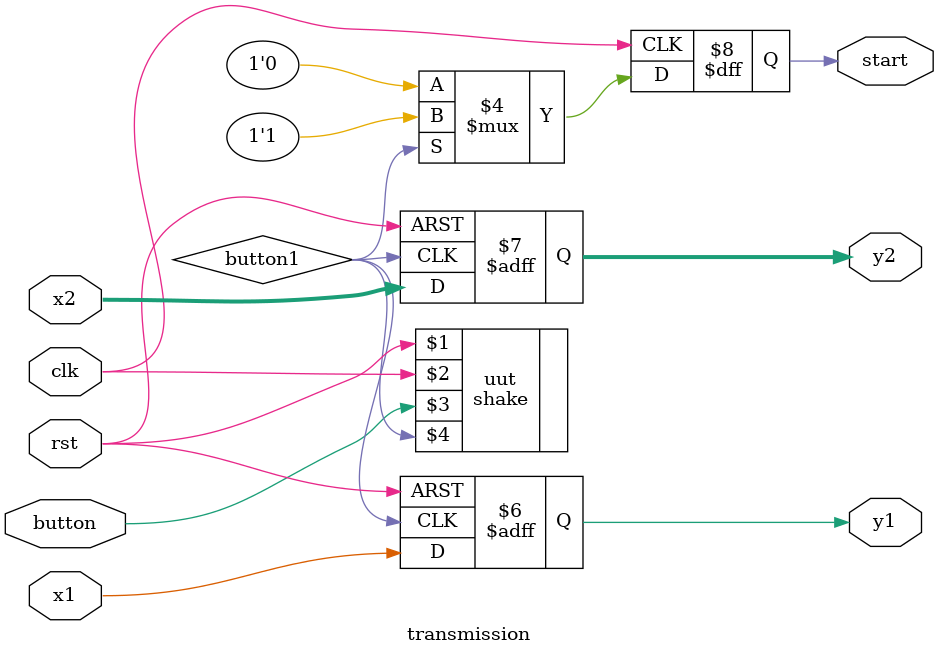
<source format=v>
`timescale 1ns / 1ps


module transmission(
    input x1,
    input [29:0] x2,
    input rst,
    input clk,
    input button,
    output reg start,
    output reg y1,
    output reg [29:0] y2
    );
    
    wire button1;
    
    shake uut(rst,clk,button,button1);
    
    always @(posedge clk)
    begin
      if(button1)
      start<=1;
      else
      start<=0;
    end
    
    always @(posedge button1,posedge rst)
    begin
      if(rst)
        {y1,y2}<=0;
      else
        {y1,y2}<={x1,x2};
    end
    
endmodule

</source>
